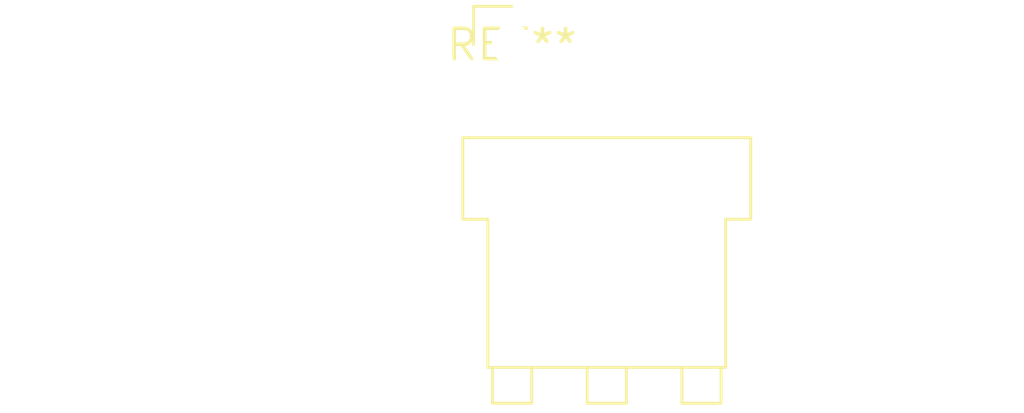
<source format=kicad_pcb>
(kicad_pcb (version 20240108) (generator pcbnew)
  (layers (0 "F.Cu" signal) (31 "B.Cu" signal) (34 "B.Paste" user) (35 "F.Paste" user) (36 "B.SilkS" user "B.Silkscreen") (37 "F.SilkS" user "F.Silkscreen") (38 "B.Mask" user) (39 "F.Mask" user) (44 "Edge.Cuts" user))
  (net 0 "")
  (footprint "JST_VH_B3PS-VH_1x03_P3.96mm_Horizontal" (layer "F.Cu") (at 0 0)
    (property "Reference" "REF**")
    (property "Value" "JST_VH_B3PS-VH_1x03_P3.96mm_Horizontal")
    (fp_line (start -2.06 3.89) (end 9.98 3.89) (layer "F.SilkS") (stroke (width 0.12)))
    (fp_line (start -2.06 7.31) (end -2.06 3.89) (layer "F.SilkS") (stroke (width 0.12)))
    (fp_line (start -1.61 -1.61) (end -1.61 0) (layer "F.SilkS") (stroke (width 0.12)))
    (fp_line (start -1.01 7.31) (end -2.06 7.31) (layer "F.SilkS") (stroke (width 0.12)))
    (fp_line (start -1.01 13.51) (end -1.01 7.31) (layer "F.SilkS") (stroke (width 0.12)))
    (fp_line (start -0.82 13.51) (end -0.82 15.01) (layer "F.SilkS") (stroke (width 0.12)))
    (fp_line (start -0.82 15.01) (end 0.82 15.01) (layer "F.SilkS") (stroke (width 0.12)))
    (fp_line (start 0 -1.61) (end -1.61 -1.61) (layer "F.SilkS") (stroke (width 0.12)))
    (fp_line (start 0.82 15.01) (end 0.82 13.51) (layer "F.SilkS") (stroke (width 0.12)))
    (fp_line (start 3.14 13.51) (end 3.14 15.01) (layer "F.SilkS") (stroke (width 0.12)))
    (fp_line (start 3.14 15.01) (end 4.78 15.01) (layer "F.SilkS") (stroke (width 0.12)))
    (fp_line (start 4.78 15.01) (end 4.78 13.51) (layer "F.SilkS") (stroke (width 0.12)))
    (fp_line (start 7.1 13.51) (end 7.1 15.01) (layer "F.SilkS") (stroke (width 0.12)))
    (fp_line (start 7.1 15.01) (end 8.74 15.01) (layer "F.SilkS") (stroke (width 0.12)))
    (fp_line (start 8.74 15.01) (end 8.74 13.51) (layer "F.SilkS") (stroke (width 0.12)))
    (fp_line (start 8.93 7.31) (end 8.93 13.51) (layer "F.SilkS") (stroke (width 0.12)))
    (fp_line (start 8.93 13.51) (end -1.01 13.51) (layer "F.SilkS") (stroke (width 0.12)))
    (fp_line (start 9.98 3.89) (end 9.98 7.31) (layer "F.SilkS") (stroke (width 0.12)))
    (fp_line (start 9.98 7.31) (end 8.93 7.31) (layer "F.SilkS") (stroke (width 0.12)))
    (pad "1" thru_hole roundrect (at 0 0) (size 2.7 2.7) (drill 1.7) (layers *.Cu *.Mask) (remove_unused_layers) (roundrect_rratio 0.092593))
    (pad "2" thru_hole circle (at 3.96 0) (size 2.7 2.7) (drill 1.7) (layers *.Cu *.Mask) (remove_unused_layers))
    (pad "3" thru_hole circle (at 7.92 0) (size 2.7 2.7) (drill 1.7) (layers *.Cu *.Mask) (remove_unused_layers))
  )
)
</source>
